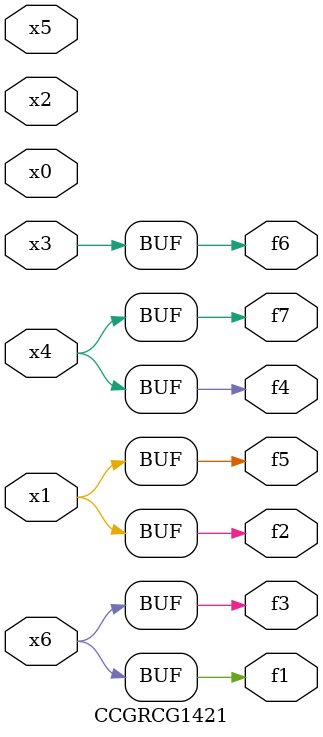
<source format=v>
module CCGRCG1421(
	input x0, x1, x2, x3, x4, x5, x6,
	output f1, f2, f3, f4, f5, f6, f7
);
	assign f1 = x6;
	assign f2 = x1;
	assign f3 = x6;
	assign f4 = x4;
	assign f5 = x1;
	assign f6 = x3;
	assign f7 = x4;
endmodule

</source>
